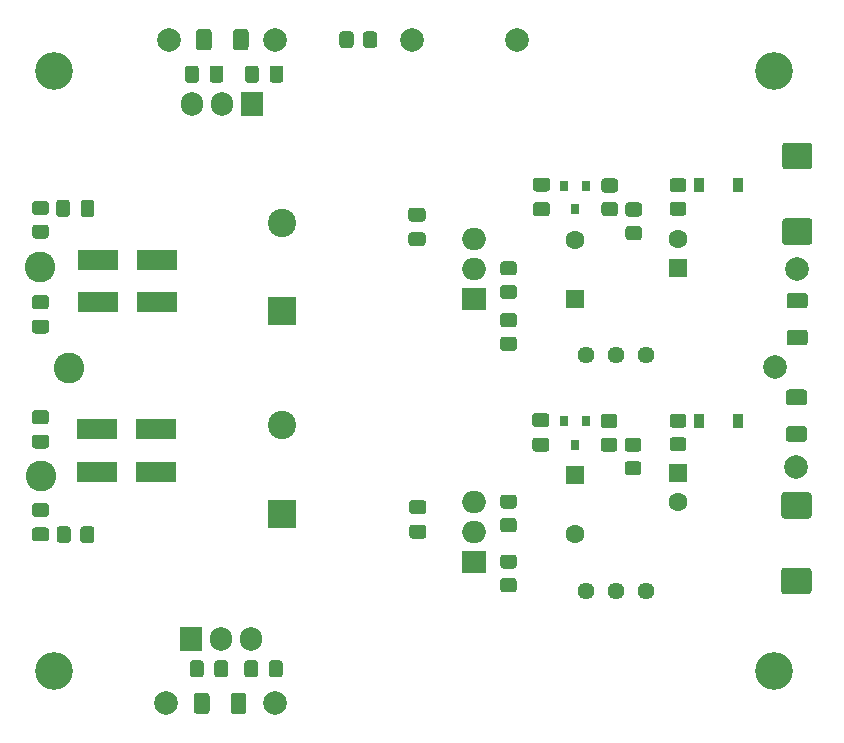
<source format=gbr>
G04 #@! TF.GenerationSoftware,KiCad,Pcbnew,(5.1.10-0-10_14)*
G04 #@! TF.CreationDate,2021-10-03T15:14:27+02:00*
G04 #@! TF.ProjectId,lv-lownoise-psu,6c762d6c-6f77-46e6-9f69-73652d707375,rev?*
G04 #@! TF.SameCoordinates,Original*
G04 #@! TF.FileFunction,Soldermask,Top*
G04 #@! TF.FilePolarity,Negative*
%FSLAX46Y46*%
G04 Gerber Fmt 4.6, Leading zero omitted, Abs format (unit mm)*
G04 Created by KiCad (PCBNEW (5.1.10-0-10_14)) date 2021-10-03 15:14:27*
%MOMM*%
%LPD*%
G01*
G04 APERTURE LIST*
%ADD10C,1.440000*%
%ADD11C,2.000000*%
%ADD12C,1.600000*%
%ADD13R,1.600000X1.600000*%
%ADD14R,0.800000X0.900000*%
%ADD15R,0.900000X1.200000*%
%ADD16O,2.000000X1.905000*%
%ADD17R,2.000000X1.905000*%
%ADD18O,1.905000X2.000000*%
%ADD19R,1.905000X2.000000*%
%ADD20R,3.500000X1.800000*%
%ADD21C,2.400000*%
%ADD22R,2.400000X2.400000*%
%ADD23C,2.600000*%
%ADD24C,3.200000*%
G04 APERTURE END LIST*
D10*
X135255000Y-77025500D03*
X132715000Y-77025500D03*
X130175000Y-77025500D03*
X135255000Y-57023000D03*
X132715000Y-57023000D03*
X130175000Y-57023000D03*
D11*
X148018500Y-49784000D03*
D12*
X137922000Y-69532500D03*
D13*
X137922000Y-67032500D03*
D12*
X137922000Y-47220500D03*
D13*
X137922000Y-49720500D03*
G36*
G01*
X137471999Y-64011000D02*
X138372001Y-64011000D01*
G75*
G02*
X138622000Y-64260999I0J-249999D01*
G01*
X138622000Y-64961001D01*
G75*
G02*
X138372001Y-65211000I-249999J0D01*
G01*
X137471999Y-65211000D01*
G75*
G02*
X137222000Y-64961001I0J249999D01*
G01*
X137222000Y-64260999D01*
G75*
G02*
X137471999Y-64011000I249999J0D01*
G01*
G37*
G36*
G01*
X137471999Y-62011000D02*
X138372001Y-62011000D01*
G75*
G02*
X138622000Y-62260999I0J-249999D01*
G01*
X138622000Y-62961001D01*
G75*
G02*
X138372001Y-63211000I-249999J0D01*
G01*
X137471999Y-63211000D01*
G75*
G02*
X137222000Y-62961001I0J249999D01*
G01*
X137222000Y-62260999D01*
G75*
G02*
X137471999Y-62011000I249999J0D01*
G01*
G37*
G36*
G01*
X131629999Y-64043000D02*
X132530001Y-64043000D01*
G75*
G02*
X132780000Y-64292999I0J-249999D01*
G01*
X132780000Y-64993001D01*
G75*
G02*
X132530001Y-65243000I-249999J0D01*
G01*
X131629999Y-65243000D01*
G75*
G02*
X131380000Y-64993001I0J249999D01*
G01*
X131380000Y-64292999D01*
G75*
G02*
X131629999Y-64043000I249999J0D01*
G01*
G37*
G36*
G01*
X131629999Y-62043000D02*
X132530001Y-62043000D01*
G75*
G02*
X132780000Y-62292999I0J-249999D01*
G01*
X132780000Y-62993001D01*
G75*
G02*
X132530001Y-63243000I-249999J0D01*
G01*
X131629999Y-63243000D01*
G75*
G02*
X131380000Y-62993001I0J249999D01*
G01*
X131380000Y-62292999D01*
G75*
G02*
X131629999Y-62043000I249999J0D01*
G01*
G37*
G36*
G01*
X133661999Y-66043000D02*
X134562001Y-66043000D01*
G75*
G02*
X134812000Y-66292999I0J-249999D01*
G01*
X134812000Y-66993001D01*
G75*
G02*
X134562001Y-67243000I-249999J0D01*
G01*
X133661999Y-67243000D01*
G75*
G02*
X133412000Y-66993001I0J249999D01*
G01*
X133412000Y-66292999D01*
G75*
G02*
X133661999Y-66043000I249999J0D01*
G01*
G37*
G36*
G01*
X133661999Y-64043000D02*
X134562001Y-64043000D01*
G75*
G02*
X134812000Y-64292999I0J-249999D01*
G01*
X134812000Y-64993001D01*
G75*
G02*
X134562001Y-65243000I-249999J0D01*
G01*
X133661999Y-65243000D01*
G75*
G02*
X133412000Y-64993001I0J249999D01*
G01*
X133412000Y-64292999D01*
G75*
G02*
X133661999Y-64043000I249999J0D01*
G01*
G37*
G36*
G01*
X138372001Y-43272000D02*
X137471999Y-43272000D01*
G75*
G02*
X137222000Y-43022001I0J249999D01*
G01*
X137222000Y-42321999D01*
G75*
G02*
X137471999Y-42072000I249999J0D01*
G01*
X138372001Y-42072000D01*
G75*
G02*
X138622000Y-42321999I0J-249999D01*
G01*
X138622000Y-43022001D01*
G75*
G02*
X138372001Y-43272000I-249999J0D01*
G01*
G37*
G36*
G01*
X138372001Y-45272000D02*
X137471999Y-45272000D01*
G75*
G02*
X137222000Y-45022001I0J249999D01*
G01*
X137222000Y-44321999D01*
G75*
G02*
X137471999Y-44072000I249999J0D01*
G01*
X138372001Y-44072000D01*
G75*
G02*
X138622000Y-44321999I0J-249999D01*
G01*
X138622000Y-45022001D01*
G75*
G02*
X138372001Y-45272000I-249999J0D01*
G01*
G37*
G36*
G01*
X132593501Y-43304000D02*
X131693499Y-43304000D01*
G75*
G02*
X131443500Y-43054001I0J249999D01*
G01*
X131443500Y-42353999D01*
G75*
G02*
X131693499Y-42104000I249999J0D01*
G01*
X132593501Y-42104000D01*
G75*
G02*
X132843500Y-42353999I0J-249999D01*
G01*
X132843500Y-43054001D01*
G75*
G02*
X132593501Y-43304000I-249999J0D01*
G01*
G37*
G36*
G01*
X132593501Y-45304000D02*
X131693499Y-45304000D01*
G75*
G02*
X131443500Y-45054001I0J249999D01*
G01*
X131443500Y-44353999D01*
G75*
G02*
X131693499Y-44104000I249999J0D01*
G01*
X132593501Y-44104000D01*
G75*
G02*
X132843500Y-44353999I0J-249999D01*
G01*
X132843500Y-45054001D01*
G75*
G02*
X132593501Y-45304000I-249999J0D01*
G01*
G37*
G36*
G01*
X134625501Y-45336000D02*
X133725499Y-45336000D01*
G75*
G02*
X133475500Y-45086001I0J249999D01*
G01*
X133475500Y-44385999D01*
G75*
G02*
X133725499Y-44136000I249999J0D01*
G01*
X134625501Y-44136000D01*
G75*
G02*
X134875500Y-44385999I0J-249999D01*
G01*
X134875500Y-45086001D01*
G75*
G02*
X134625501Y-45336000I-249999J0D01*
G01*
G37*
G36*
G01*
X134625501Y-47336000D02*
X133725499Y-47336000D01*
G75*
G02*
X133475500Y-47086001I0J249999D01*
G01*
X133475500Y-46385999D01*
G75*
G02*
X133725499Y-46136000I249999J0D01*
G01*
X134625501Y-46136000D01*
G75*
G02*
X134875500Y-46385999I0J-249999D01*
G01*
X134875500Y-47086001D01*
G75*
G02*
X134625501Y-47336000I-249999J0D01*
G01*
G37*
D14*
X129222500Y-64643000D03*
X128272500Y-62643000D03*
X130172500Y-62643000D03*
X129222500Y-44704000D03*
X128272500Y-42704000D03*
X130172500Y-42704000D03*
D15*
X139700000Y-62611000D03*
X143000000Y-62611000D03*
X143001000Y-42672000D03*
X139701000Y-42672000D03*
G36*
G01*
X147304999Y-63091500D02*
X148605001Y-63091500D01*
G75*
G02*
X148855000Y-63341499I0J-249999D01*
G01*
X148855000Y-64166501D01*
G75*
G02*
X148605001Y-64416500I-249999J0D01*
G01*
X147304999Y-64416500D01*
G75*
G02*
X147055000Y-64166501I0J249999D01*
G01*
X147055000Y-63341499D01*
G75*
G02*
X147304999Y-63091500I249999J0D01*
G01*
G37*
G36*
G01*
X147304999Y-59966500D02*
X148605001Y-59966500D01*
G75*
G02*
X148855000Y-60216499I0J-249999D01*
G01*
X148855000Y-61041501D01*
G75*
G02*
X148605001Y-61291500I-249999J0D01*
G01*
X147304999Y-61291500D01*
G75*
G02*
X147055000Y-61041501I0J249999D01*
G01*
X147055000Y-60216499D01*
G75*
G02*
X147304999Y-59966500I249999J0D01*
G01*
G37*
G36*
G01*
X125826500Y-64055500D02*
X126776500Y-64055500D01*
G75*
G02*
X127026500Y-64305500I0J-250000D01*
G01*
X127026500Y-64980500D01*
G75*
G02*
X126776500Y-65230500I-250000J0D01*
G01*
X125826500Y-65230500D01*
G75*
G02*
X125576500Y-64980500I0J250000D01*
G01*
X125576500Y-64305500D01*
G75*
G02*
X125826500Y-64055500I250000J0D01*
G01*
G37*
G36*
G01*
X125826500Y-61980500D02*
X126776500Y-61980500D01*
G75*
G02*
X127026500Y-62230500I0J-250000D01*
G01*
X127026500Y-62905500D01*
G75*
G02*
X126776500Y-63155500I-250000J0D01*
G01*
X125826500Y-63155500D01*
G75*
G02*
X125576500Y-62905500I0J250000D01*
G01*
X125576500Y-62230500D01*
G75*
G02*
X125826500Y-61980500I250000J0D01*
G01*
G37*
D12*
X129222500Y-72183000D03*
D13*
X129222500Y-67183000D03*
G36*
G01*
X126840000Y-43216500D02*
X125890000Y-43216500D01*
G75*
G02*
X125640000Y-42966500I0J250000D01*
G01*
X125640000Y-42291500D01*
G75*
G02*
X125890000Y-42041500I250000J0D01*
G01*
X126840000Y-42041500D01*
G75*
G02*
X127090000Y-42291500I0J-250000D01*
G01*
X127090000Y-42966500D01*
G75*
G02*
X126840000Y-43216500I-250000J0D01*
G01*
G37*
G36*
G01*
X126840000Y-45291500D02*
X125890000Y-45291500D01*
G75*
G02*
X125640000Y-45041500I0J250000D01*
G01*
X125640000Y-44366500D01*
G75*
G02*
X125890000Y-44116500I250000J0D01*
G01*
X126840000Y-44116500D01*
G75*
G02*
X127090000Y-44366500I0J-250000D01*
G01*
X127090000Y-45041500D01*
G75*
G02*
X126840000Y-45291500I-250000J0D01*
G01*
G37*
D12*
X129222500Y-47324000D03*
D13*
X129222500Y-52324000D03*
D11*
X94551500Y-86550500D03*
X103822500Y-86550500D03*
X103822500Y-30353000D03*
X94869000Y-30353000D03*
X124333000Y-30353000D03*
X115379500Y-30353000D03*
X147955000Y-66548000D03*
X146113500Y-58039000D03*
G36*
G01*
X124021001Y-70069000D02*
X123120999Y-70069000D01*
G75*
G02*
X122871000Y-69819001I0J249999D01*
G01*
X122871000Y-69118999D01*
G75*
G02*
X123120999Y-68869000I249999J0D01*
G01*
X124021001Y-68869000D01*
G75*
G02*
X124271000Y-69118999I0J-249999D01*
G01*
X124271000Y-69819001D01*
G75*
G02*
X124021001Y-70069000I-249999J0D01*
G01*
G37*
G36*
G01*
X124021001Y-72069000D02*
X123120999Y-72069000D01*
G75*
G02*
X122871000Y-71819001I0J249999D01*
G01*
X122871000Y-71118999D01*
G75*
G02*
X123120999Y-70869000I249999J0D01*
G01*
X124021001Y-70869000D01*
G75*
G02*
X124271000Y-71118999I0J-249999D01*
G01*
X124271000Y-71819001D01*
G75*
G02*
X124021001Y-72069000I-249999J0D01*
G01*
G37*
G36*
G01*
X124021001Y-75149000D02*
X123120999Y-75149000D01*
G75*
G02*
X122871000Y-74899001I0J249999D01*
G01*
X122871000Y-74198999D01*
G75*
G02*
X123120999Y-73949000I249999J0D01*
G01*
X124021001Y-73949000D01*
G75*
G02*
X124271000Y-74198999I0J-249999D01*
G01*
X124271000Y-74899001D01*
G75*
G02*
X124021001Y-75149000I-249999J0D01*
G01*
G37*
G36*
G01*
X124021001Y-77149000D02*
X123120999Y-77149000D01*
G75*
G02*
X122871000Y-76899001I0J249999D01*
G01*
X122871000Y-76198999D01*
G75*
G02*
X123120999Y-75949000I249999J0D01*
G01*
X124021001Y-75949000D01*
G75*
G02*
X124271000Y-76198999I0J-249999D01*
G01*
X124271000Y-76899001D01*
G75*
G02*
X124021001Y-77149000I-249999J0D01*
G01*
G37*
D16*
X120650000Y-69469000D03*
X120650000Y-72009000D03*
D17*
X120650000Y-74549000D03*
D16*
X120650000Y-47244000D03*
X120650000Y-49784000D03*
D17*
X120650000Y-52324000D03*
G36*
G01*
X123120999Y-55502000D02*
X124021001Y-55502000D01*
G75*
G02*
X124271000Y-55751999I0J-249999D01*
G01*
X124271000Y-56452001D01*
G75*
G02*
X124021001Y-56702000I-249999J0D01*
G01*
X123120999Y-56702000D01*
G75*
G02*
X122871000Y-56452001I0J249999D01*
G01*
X122871000Y-55751999D01*
G75*
G02*
X123120999Y-55502000I249999J0D01*
G01*
G37*
G36*
G01*
X123120999Y-53502000D02*
X124021001Y-53502000D01*
G75*
G02*
X124271000Y-53751999I0J-249999D01*
G01*
X124271000Y-54452001D01*
G75*
G02*
X124021001Y-54702000I-249999J0D01*
G01*
X123120999Y-54702000D01*
G75*
G02*
X122871000Y-54452001I0J249999D01*
G01*
X122871000Y-53751999D01*
G75*
G02*
X123120999Y-53502000I249999J0D01*
G01*
G37*
G36*
G01*
X123120999Y-51120500D02*
X124021001Y-51120500D01*
G75*
G02*
X124271000Y-51370499I0J-249999D01*
G01*
X124271000Y-52070501D01*
G75*
G02*
X124021001Y-52320500I-249999J0D01*
G01*
X123120999Y-52320500D01*
G75*
G02*
X122871000Y-52070501I0J249999D01*
G01*
X122871000Y-51370499D01*
G75*
G02*
X123120999Y-51120500I249999J0D01*
G01*
G37*
G36*
G01*
X123120999Y-49120500D02*
X124021001Y-49120500D01*
G75*
G02*
X124271000Y-49370499I0J-249999D01*
G01*
X124271000Y-50070501D01*
G75*
G02*
X124021001Y-50320500I-249999J0D01*
G01*
X123120999Y-50320500D01*
G75*
G02*
X122871000Y-50070501I0J249999D01*
G01*
X122871000Y-49370499D01*
G75*
G02*
X123120999Y-49120500I249999J0D01*
G01*
G37*
G36*
G01*
X98262000Y-85900497D02*
X98262000Y-87200503D01*
G75*
G02*
X98012003Y-87450500I-249997J0D01*
G01*
X97186997Y-87450500D01*
G75*
G02*
X96937000Y-87200503I0J249997D01*
G01*
X96937000Y-85900497D01*
G75*
G02*
X97186997Y-85650500I249997J0D01*
G01*
X98012003Y-85650500D01*
G75*
G02*
X98262000Y-85900497I0J-249997D01*
G01*
G37*
G36*
G01*
X101387000Y-85900497D02*
X101387000Y-87200503D01*
G75*
G02*
X101137003Y-87450500I-249997J0D01*
G01*
X100311997Y-87450500D01*
G75*
G02*
X100062000Y-87200503I0J249997D01*
G01*
X100062000Y-85900497D01*
G75*
G02*
X100311997Y-85650500I249997J0D01*
G01*
X101137003Y-85650500D01*
G75*
G02*
X101387000Y-85900497I0J-249997D01*
G01*
G37*
G36*
G01*
X100239000Y-31003003D02*
X100239000Y-29702997D01*
G75*
G02*
X100488997Y-29453000I249997J0D01*
G01*
X101314003Y-29453000D01*
G75*
G02*
X101564000Y-29702997I0J-249997D01*
G01*
X101564000Y-31003003D01*
G75*
G02*
X101314003Y-31253000I-249997J0D01*
G01*
X100488997Y-31253000D01*
G75*
G02*
X100239000Y-31003003I0J249997D01*
G01*
G37*
G36*
G01*
X97114000Y-31003003D02*
X97114000Y-29702997D01*
G75*
G02*
X97363997Y-29453000I249997J0D01*
G01*
X98189003Y-29453000D01*
G75*
G02*
X98439000Y-29702997I0J-249997D01*
G01*
X98439000Y-31003003D01*
G75*
G02*
X98189003Y-31253000I-249997J0D01*
G01*
X97363997Y-31253000D01*
G75*
G02*
X97114000Y-31003003I0J249997D01*
G01*
G37*
G36*
G01*
X98261500Y-33749000D02*
X98261500Y-32799000D01*
G75*
G02*
X98511500Y-32549000I250000J0D01*
G01*
X99186500Y-32549000D01*
G75*
G02*
X99436500Y-32799000I0J-250000D01*
G01*
X99436500Y-33749000D01*
G75*
G02*
X99186500Y-33999000I-250000J0D01*
G01*
X98511500Y-33999000D01*
G75*
G02*
X98261500Y-33749000I0J250000D01*
G01*
G37*
G36*
G01*
X96186500Y-33749000D02*
X96186500Y-32799000D01*
G75*
G02*
X96436500Y-32549000I250000J0D01*
G01*
X97111500Y-32549000D01*
G75*
G02*
X97361500Y-32799000I0J-250000D01*
G01*
X97361500Y-33749000D01*
G75*
G02*
X97111500Y-33999000I-250000J0D01*
G01*
X96436500Y-33999000D01*
G75*
G02*
X96186500Y-33749000I0J250000D01*
G01*
G37*
G36*
G01*
X83496999Y-46009000D02*
X84397001Y-46009000D01*
G75*
G02*
X84647000Y-46258999I0J-249999D01*
G01*
X84647000Y-46959001D01*
G75*
G02*
X84397001Y-47209000I-249999J0D01*
G01*
X83496999Y-47209000D01*
G75*
G02*
X83247000Y-46959001I0J249999D01*
G01*
X83247000Y-46258999D01*
G75*
G02*
X83496999Y-46009000I249999J0D01*
G01*
G37*
G36*
G01*
X83496999Y-44009000D02*
X84397001Y-44009000D01*
G75*
G02*
X84647000Y-44258999I0J-249999D01*
G01*
X84647000Y-44959001D01*
G75*
G02*
X84397001Y-45209000I-249999J0D01*
G01*
X83496999Y-45209000D01*
G75*
G02*
X83247000Y-44959001I0J249999D01*
G01*
X83247000Y-44258999D01*
G75*
G02*
X83496999Y-44009000I249999J0D01*
G01*
G37*
G36*
G01*
X87315500Y-72713001D02*
X87315500Y-71812999D01*
G75*
G02*
X87565499Y-71563000I249999J0D01*
G01*
X88265501Y-71563000D01*
G75*
G02*
X88515500Y-71812999I0J-249999D01*
G01*
X88515500Y-72713001D01*
G75*
G02*
X88265501Y-72963000I-249999J0D01*
G01*
X87565499Y-72963000D01*
G75*
G02*
X87315500Y-72713001I0J249999D01*
G01*
G37*
G36*
G01*
X85315500Y-72713001D02*
X85315500Y-71812999D01*
G75*
G02*
X85565499Y-71563000I249999J0D01*
G01*
X86265501Y-71563000D01*
G75*
G02*
X86515500Y-71812999I0J-249999D01*
G01*
X86515500Y-72713001D01*
G75*
G02*
X86265501Y-72963000I-249999J0D01*
G01*
X85565499Y-72963000D01*
G75*
G02*
X85315500Y-72713001I0J249999D01*
G01*
G37*
G36*
G01*
X147368497Y-54913500D02*
X148668503Y-54913500D01*
G75*
G02*
X148918500Y-55163497I0J-249997D01*
G01*
X148918500Y-55988503D01*
G75*
G02*
X148668503Y-56238500I-249997J0D01*
G01*
X147368497Y-56238500D01*
G75*
G02*
X147118500Y-55988503I0J249997D01*
G01*
X147118500Y-55163497D01*
G75*
G02*
X147368497Y-54913500I249997J0D01*
G01*
G37*
G36*
G01*
X147368497Y-51788500D02*
X148668503Y-51788500D01*
G75*
G02*
X148918500Y-52038497I0J-249997D01*
G01*
X148918500Y-52863503D01*
G75*
G02*
X148668503Y-53113500I-249997J0D01*
G01*
X147368497Y-53113500D01*
G75*
G02*
X147118500Y-52863503I0J249997D01*
G01*
X147118500Y-52038497D01*
G75*
G02*
X147368497Y-51788500I249997J0D01*
G01*
G37*
G36*
G01*
X115412500Y-71421500D02*
X116362500Y-71421500D01*
G75*
G02*
X116612500Y-71671500I0J-250000D01*
G01*
X116612500Y-72346500D01*
G75*
G02*
X116362500Y-72596500I-250000J0D01*
G01*
X115412500Y-72596500D01*
G75*
G02*
X115162500Y-72346500I0J250000D01*
G01*
X115162500Y-71671500D01*
G75*
G02*
X115412500Y-71421500I250000J0D01*
G01*
G37*
G36*
G01*
X115412500Y-69346500D02*
X116362500Y-69346500D01*
G75*
G02*
X116612500Y-69596500I0J-250000D01*
G01*
X116612500Y-70271500D01*
G75*
G02*
X116362500Y-70521500I-250000J0D01*
G01*
X115412500Y-70521500D01*
G75*
G02*
X115162500Y-70271500I0J250000D01*
G01*
X115162500Y-69596500D01*
G75*
G02*
X115412500Y-69346500I250000J0D01*
G01*
G37*
G36*
G01*
X116299000Y-45756500D02*
X115349000Y-45756500D01*
G75*
G02*
X115099000Y-45506500I0J250000D01*
G01*
X115099000Y-44831500D01*
G75*
G02*
X115349000Y-44581500I250000J0D01*
G01*
X116299000Y-44581500D01*
G75*
G02*
X116549000Y-44831500I0J-250000D01*
G01*
X116549000Y-45506500D01*
G75*
G02*
X116299000Y-45756500I-250000J0D01*
G01*
G37*
G36*
G01*
X116299000Y-47831500D02*
X115349000Y-47831500D01*
G75*
G02*
X115099000Y-47581500I0J250000D01*
G01*
X115099000Y-46906500D01*
G75*
G02*
X115349000Y-46656500I250000J0D01*
G01*
X116299000Y-46656500D01*
G75*
G02*
X116549000Y-46906500I0J-250000D01*
G01*
X116549000Y-47581500D01*
G75*
G02*
X116299000Y-47831500I-250000J0D01*
G01*
G37*
G36*
G01*
X86439500Y-44165500D02*
X86439500Y-45115500D01*
G75*
G02*
X86189500Y-45365500I-250000J0D01*
G01*
X85514500Y-45365500D01*
G75*
G02*
X85264500Y-45115500I0J250000D01*
G01*
X85264500Y-44165500D01*
G75*
G02*
X85514500Y-43915500I250000J0D01*
G01*
X86189500Y-43915500D01*
G75*
G02*
X86439500Y-44165500I0J-250000D01*
G01*
G37*
G36*
G01*
X88514500Y-44165500D02*
X88514500Y-45115500D01*
G75*
G02*
X88264500Y-45365500I-250000J0D01*
G01*
X87589500Y-45365500D01*
G75*
G02*
X87339500Y-45115500I0J250000D01*
G01*
X87339500Y-44165500D01*
G75*
G02*
X87589500Y-43915500I250000J0D01*
G01*
X88264500Y-43915500D01*
G75*
G02*
X88514500Y-44165500I0J-250000D01*
G01*
G37*
G36*
G01*
X83472000Y-71655000D02*
X84422000Y-71655000D01*
G75*
G02*
X84672000Y-71905000I0J-250000D01*
G01*
X84672000Y-72580000D01*
G75*
G02*
X84422000Y-72830000I-250000J0D01*
G01*
X83472000Y-72830000D01*
G75*
G02*
X83222000Y-72580000I0J250000D01*
G01*
X83222000Y-71905000D01*
G75*
G02*
X83472000Y-71655000I250000J0D01*
G01*
G37*
G36*
G01*
X83472000Y-69580000D02*
X84422000Y-69580000D01*
G75*
G02*
X84672000Y-69830000I0J-250000D01*
G01*
X84672000Y-70505000D01*
G75*
G02*
X84422000Y-70755000I-250000J0D01*
G01*
X83472000Y-70755000D01*
G75*
G02*
X83222000Y-70505000I0J250000D01*
G01*
X83222000Y-69830000D01*
G75*
G02*
X83472000Y-69580000I250000J0D01*
G01*
G37*
G36*
G01*
X84422000Y-53165500D02*
X83472000Y-53165500D01*
G75*
G02*
X83222000Y-52915500I0J250000D01*
G01*
X83222000Y-52240500D01*
G75*
G02*
X83472000Y-51990500I250000J0D01*
G01*
X84422000Y-51990500D01*
G75*
G02*
X84672000Y-52240500I0J-250000D01*
G01*
X84672000Y-52915500D01*
G75*
G02*
X84422000Y-53165500I-250000J0D01*
G01*
G37*
G36*
G01*
X84422000Y-55240500D02*
X83472000Y-55240500D01*
G75*
G02*
X83222000Y-54990500I0J250000D01*
G01*
X83222000Y-54315500D01*
G75*
G02*
X83472000Y-54065500I250000J0D01*
G01*
X84422000Y-54065500D01*
G75*
G02*
X84672000Y-54315500I0J-250000D01*
G01*
X84672000Y-54990500D01*
G75*
G02*
X84422000Y-55240500I-250000J0D01*
G01*
G37*
G36*
G01*
X84422000Y-62901500D02*
X83472000Y-62901500D01*
G75*
G02*
X83222000Y-62651500I0J250000D01*
G01*
X83222000Y-61976500D01*
G75*
G02*
X83472000Y-61726500I250000J0D01*
G01*
X84422000Y-61726500D01*
G75*
G02*
X84672000Y-61976500I0J-250000D01*
G01*
X84672000Y-62651500D01*
G75*
G02*
X84422000Y-62901500I-250000J0D01*
G01*
G37*
G36*
G01*
X84422000Y-64976500D02*
X83472000Y-64976500D01*
G75*
G02*
X83222000Y-64726500I0J250000D01*
G01*
X83222000Y-64051500D01*
G75*
G02*
X83472000Y-63801500I250000J0D01*
G01*
X84422000Y-63801500D01*
G75*
G02*
X84672000Y-64051500I0J-250000D01*
G01*
X84672000Y-64726500D01*
G75*
G02*
X84422000Y-64976500I-250000J0D01*
G01*
G37*
G36*
G01*
X148980001Y-70911500D02*
X146929999Y-70911500D01*
G75*
G02*
X146680000Y-70661501I0J249999D01*
G01*
X146680000Y-68911499D01*
G75*
G02*
X146929999Y-68661500I249999J0D01*
G01*
X148980001Y-68661500D01*
G75*
G02*
X149230000Y-68911499I0J-249999D01*
G01*
X149230000Y-70661501D01*
G75*
G02*
X148980001Y-70911500I-249999J0D01*
G01*
G37*
G36*
G01*
X148980001Y-77311500D02*
X146929999Y-77311500D01*
G75*
G02*
X146680000Y-77061501I0J249999D01*
G01*
X146680000Y-75311499D01*
G75*
G02*
X146929999Y-75061500I249999J0D01*
G01*
X148980001Y-75061500D01*
G75*
G02*
X149230000Y-75311499I0J-249999D01*
G01*
X149230000Y-77061501D01*
G75*
G02*
X148980001Y-77311500I-249999J0D01*
G01*
G37*
G36*
G01*
X149043501Y-41334000D02*
X146993499Y-41334000D01*
G75*
G02*
X146743500Y-41084001I0J249999D01*
G01*
X146743500Y-39333999D01*
G75*
G02*
X146993499Y-39084000I249999J0D01*
G01*
X149043501Y-39084000D01*
G75*
G02*
X149293500Y-39333999I0J-249999D01*
G01*
X149293500Y-41084001D01*
G75*
G02*
X149043501Y-41334000I-249999J0D01*
G01*
G37*
G36*
G01*
X149043501Y-47734000D02*
X146993499Y-47734000D01*
G75*
G02*
X146743500Y-47484001I0J249999D01*
G01*
X146743500Y-45733999D01*
G75*
G02*
X146993499Y-45484000I249999J0D01*
G01*
X149043501Y-45484000D01*
G75*
G02*
X149293500Y-45733999I0J-249999D01*
G01*
X149293500Y-47484001D01*
G75*
G02*
X149043501Y-47734000I-249999J0D01*
G01*
G37*
D18*
X101790500Y-81089500D03*
X99250500Y-81089500D03*
D19*
X96710500Y-81089500D03*
D18*
X96774000Y-35814000D03*
X99314000Y-35814000D03*
D19*
X101854000Y-35814000D03*
D20*
X88827600Y-52578000D03*
X93827600Y-52578000D03*
X88827600Y-48971200D03*
X93827600Y-48971200D03*
X93726000Y-63296800D03*
X88726000Y-63296800D03*
X93726000Y-66954400D03*
X88726000Y-66954400D03*
D21*
X104394000Y-62992000D03*
D22*
X104394000Y-70492000D03*
D21*
X104394000Y-45840000D03*
D22*
X104394000Y-53340000D03*
G36*
G01*
X110455000Y-29902999D02*
X110455000Y-30803001D01*
G75*
G02*
X110205001Y-31053000I-249999J0D01*
G01*
X109504999Y-31053000D01*
G75*
G02*
X109255000Y-30803001I0J249999D01*
G01*
X109255000Y-29902999D01*
G75*
G02*
X109504999Y-29653000I249999J0D01*
G01*
X110205001Y-29653000D01*
G75*
G02*
X110455000Y-29902999I0J-249999D01*
G01*
G37*
G36*
G01*
X112455000Y-29902999D02*
X112455000Y-30803001D01*
G75*
G02*
X112205001Y-31053000I-249999J0D01*
G01*
X111504999Y-31053000D01*
G75*
G02*
X111255000Y-30803001I0J249999D01*
G01*
X111255000Y-29902999D01*
G75*
G02*
X111504999Y-29653000I249999J0D01*
G01*
X112205001Y-29653000D01*
G75*
G02*
X112455000Y-29902999I0J-249999D01*
G01*
G37*
G36*
G01*
X102378000Y-83154500D02*
X102378000Y-84104500D01*
G75*
G02*
X102128000Y-84354500I-250000J0D01*
G01*
X101453000Y-84354500D01*
G75*
G02*
X101203000Y-84104500I0J250000D01*
G01*
X101203000Y-83154500D01*
G75*
G02*
X101453000Y-82904500I250000J0D01*
G01*
X102128000Y-82904500D01*
G75*
G02*
X102378000Y-83154500I0J-250000D01*
G01*
G37*
G36*
G01*
X104453000Y-83154500D02*
X104453000Y-84104500D01*
G75*
G02*
X104203000Y-84354500I-250000J0D01*
G01*
X103528000Y-84354500D01*
G75*
G02*
X103278000Y-84104500I0J250000D01*
G01*
X103278000Y-83154500D01*
G75*
G02*
X103528000Y-82904500I250000J0D01*
G01*
X104203000Y-82904500D01*
G75*
G02*
X104453000Y-83154500I0J-250000D01*
G01*
G37*
G36*
G01*
X98663000Y-84104500D02*
X98663000Y-83154500D01*
G75*
G02*
X98913000Y-82904500I250000J0D01*
G01*
X99588000Y-82904500D01*
G75*
G02*
X99838000Y-83154500I0J-250000D01*
G01*
X99838000Y-84104500D01*
G75*
G02*
X99588000Y-84354500I-250000J0D01*
G01*
X98913000Y-84354500D01*
G75*
G02*
X98663000Y-84104500I0J250000D01*
G01*
G37*
G36*
G01*
X96588000Y-84104500D02*
X96588000Y-83154500D01*
G75*
G02*
X96838000Y-82904500I250000J0D01*
G01*
X97513000Y-82904500D01*
G75*
G02*
X97763000Y-83154500I0J-250000D01*
G01*
X97763000Y-84104500D01*
G75*
G02*
X97513000Y-84354500I-250000J0D01*
G01*
X96838000Y-84354500D01*
G75*
G02*
X96588000Y-84104500I0J250000D01*
G01*
G37*
G36*
G01*
X103341500Y-33749000D02*
X103341500Y-32799000D01*
G75*
G02*
X103591500Y-32549000I250000J0D01*
G01*
X104266500Y-32549000D01*
G75*
G02*
X104516500Y-32799000I0J-250000D01*
G01*
X104516500Y-33749000D01*
G75*
G02*
X104266500Y-33999000I-250000J0D01*
G01*
X103591500Y-33999000D01*
G75*
G02*
X103341500Y-33749000I0J250000D01*
G01*
G37*
G36*
G01*
X101266500Y-33749000D02*
X101266500Y-32799000D01*
G75*
G02*
X101516500Y-32549000I250000J0D01*
G01*
X102191500Y-32549000D01*
G75*
G02*
X102441500Y-32799000I0J-250000D01*
G01*
X102441500Y-33749000D01*
G75*
G02*
X102191500Y-33999000I-250000J0D01*
G01*
X101516500Y-33999000D01*
G75*
G02*
X101266500Y-33749000I0J250000D01*
G01*
G37*
D23*
X83921600Y-49631600D03*
X86360000Y-58166000D03*
X83972400Y-67259200D03*
D24*
X146050000Y-33020000D03*
X146050000Y-83820000D03*
X85090000Y-83820000D03*
X85090000Y-33020000D03*
M02*

</source>
